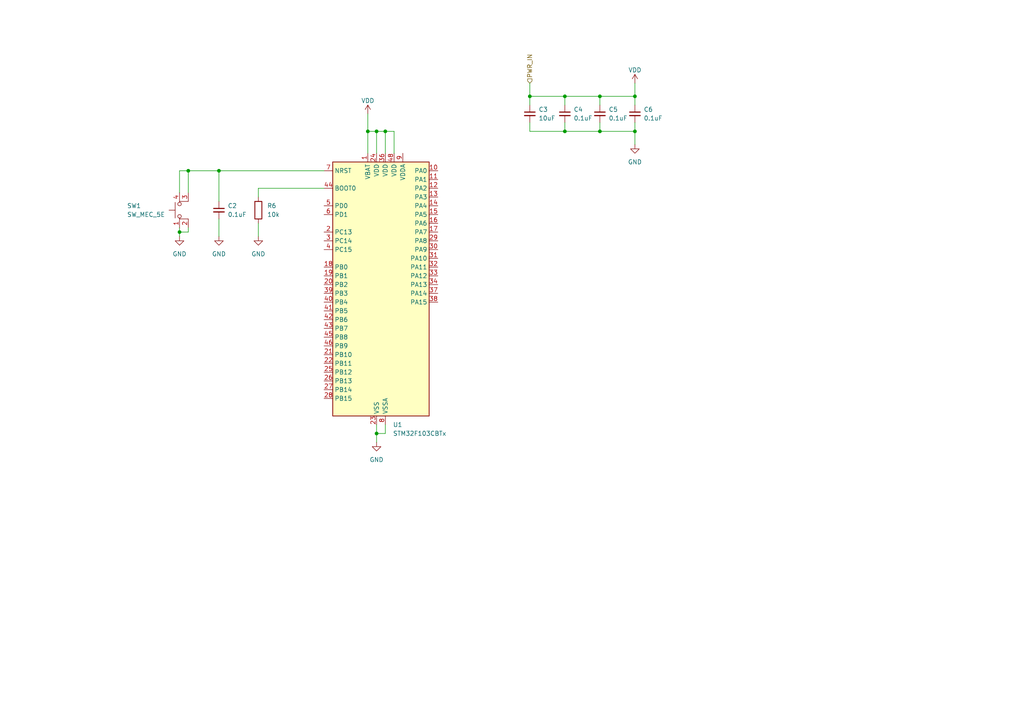
<source format=kicad_sch>
(kicad_sch (version 20230121) (generator eeschema)
  (paper "A4")
  (lib_symbols
    (symbol "Device:C_Small" (pin_numbers hide) (pin_names (offset 0.254) hide)
      (property "Reference" "C" (at 0.254 1.778 0))
      (property "Value" "C_Small" (at 0.254 -2.032 0))
      (symbol "C_Small_0_1"
        (polyline (pts (xy -1.524 -0.508) (xy 1.524 -0.508)) (stroke (width 0.3302)))
        (polyline (pts (xy -1.524 0.508) (xy 1.524 0.508)) (stroke (width 0.3048)))
      )
      (symbol "C_Small_1_1"
        (pin passive line (at 0 2.54 270) (length 2.032) (name "~") (number "1"))
        (pin passive line (at 0 -2.54 90) (length 2.032) (name "~") (number "2"))
      )
    )
    (symbol "Device:R" (pin_numbers hide) (pin_names (offset 0))
      (property "Reference" "R" (at 2.032 0 90))
      (property "Value" "R" (at 0 0 90))
      (symbol "R_0_1"
        (rectangle (start -1.016 -2.54) (end 1.016 2.54) (stroke (width 0.254)))
      )
      (symbol "R_1_1"
        (pin passive line (at 0 3.81 270) (length 1.27) (name "~") (number "1"))
        (pin passive line (at 0 -3.81 90) (length 1.27) (name "~") (number "2"))
      )
    )
    (symbol "MCU_ST_STM32F1:STM32F103CBTx"
      (property "Reference" "U" (at -12.7 39.37 0))
      (property "Value" "STM32F103CBTx" (at 10.16 39.37 0))
      (symbol "STM32F103CBTx_0_1"
        (rectangle (start -12.7 -35.56) (end 15.24 38.1) (stroke (width 0.254)) (fill (type background)))
      )
      (symbol "STM32F103CBTx_1_1"
        (pin power_in line (at -2.54 40.64 270) (length 2.54) (name "VBAT") (number "1"))
        (pin bidirectional line (at 17.78 35.56 180) (length 2.54) (name "PA0") (number "10"))
        (pin bidirectional line (at 17.78 33.02 180) (length 2.54) (name "PA1") (number "11"))
        (pin bidirectional line (at 17.78 30.48 180) (length 2.54) (name "PA2") (number "12"))
        (pin bidirectional line (at 17.78 27.94 180) (length 2.54) (name "PA3") (number "13"))
        (pin bidirectional line (at 17.78 25.4 180) (length 2.54) (name "PA4") (number "14"))
        (pin bidirectional line (at 17.78 22.86 180) (length 2.54) (name "PA5") (number "15"))
        (pin bidirectional line (at 17.78 20.32 180) (length 2.54) (name "PA6") (number "16"))
        (pin bidirectional line (at 17.78 17.78 180) (length 2.54) (name "PA7") (number "17"))
        (pin bidirectional line (at -15.24 7.62 0) (length 2.54) (name "PB0") (number "18"))
        (pin bidirectional line (at -15.24 5.08 0) (length 2.54) (name "PB1") (number "19"))
        (pin bidirectional line (at -15.24 17.78 0) (length 2.54) (name "PC13") (number "2"))
        (pin bidirectional line (at -15.24 2.54 0) (length 2.54) (name "PB2") (number "20"))
        (pin bidirectional line (at -15.24 -17.78 0) (length 2.54) (name "PB10") (number "21"))
        (pin bidirectional line (at -15.24 -20.32 0) (length 2.54) (name "PB11") (number "22"))
        (pin power_in line (at 0 -38.1 90) (length 2.54) (name "VSS") (number "23"))
        (pin power_in line (at 0 40.64 270) (length 2.54) (name "VDD") (number "24"))
        (pin bidirectional line (at -15.24 -22.86 0) (length 2.54) (name "PB12") (number "25"))
        (pin bidirectional line (at -15.24 -25.4 0) (length 2.54) (name "PB13") (number "26"))
        (pin bidirectional line (at -15.24 -27.94 0) (length 2.54) (name "PB14") (number "27"))
        (pin bidirectional line (at -15.24 -30.48 0) (length 2.54) (name "PB15") (number "28"))
        (pin bidirectional line (at 17.78 15.24 180) (length 2.54) (name "PA8") (number "29"))
        (pin bidirectional line (at -15.24 15.24 0) (length 2.54) (name "PC14") (number "3"))
        (pin bidirectional line (at 17.78 12.7 180) (length 2.54) (name "PA9") (number "30"))
        (pin bidirectional line (at 17.78 10.16 180) (length 2.54) (name "PA10") (number "31"))
        (pin bidirectional line (at 17.78 7.62 180) (length 2.54) (name "PA11") (number "32"))
        (pin bidirectional line (at 17.78 5.08 180) (length 2.54) (name "PA12") (number "33"))
        (pin bidirectional line (at 17.78 2.54 180) (length 2.54) (name "PA13") (number "34"))
        (pin passive line (at 0 -38.1 90) (length 2.54) hide (name "VSS") (number "35"))
        (pin power_in line (at 2.54 40.64 270) (length 2.54) (name "VDD") (number "36"))
        (pin bidirectional line (at 17.78 0 180) (length 2.54) (name "PA14") (number "37"))
        (pin bidirectional line (at 17.78 -2.54 180) (length 2.54) (name "PA15") (number "38"))
        (pin bidirectional line (at -15.24 0 0) (length 2.54) (name "PB3") (number "39"))
        (pin bidirectional line (at -15.24 12.7 0) (length 2.54) (name "PC15") (number "4"))
        (pin bidirectional line (at -15.24 -2.54 0) (length 2.54) (name "PB4") (number "40"))
        (pin bidirectional line (at -15.24 -5.08 0) (length 2.54) (name "PB5") (number "41"))
        (pin bidirectional line (at -15.24 -7.62 0) (length 2.54) (name "PB6") (number "42"))
        (pin bidirectional line (at -15.24 -10.16 0) (length 2.54) (name "PB7") (number "43"))
        (pin input line (at -15.24 30.48 0) (length 2.54) (name "BOOT0") (number "44"))
        (pin bidirectional line (at -15.24 -12.7 0) (length 2.54) (name "PB8") (number "45"))
        (pin bidirectional line (at -15.24 -15.24 0) (length 2.54) (name "PB9") (number "46"))
        (pin passive line (at 0 -38.1 90) (length 2.54) hide (name "VSS") (number "47"))
        (pin power_in line (at 5.08 40.64 270) (length 2.54) (name "VDD") (number "48"))
        (pin bidirectional line (at -15.24 25.4 0) (length 2.54) (name "PD0") (number "5"))
        (pin bidirectional line (at -15.24 22.86 0) (length 2.54) (name "PD1") (number "6"))
        (pin input line (at -15.24 35.56 0) (length 2.54) (name "NRST") (number "7"))
        (pin power_in line (at 2.54 -38.1 90) (length 2.54) (name "VSSA") (number "8"))
        (pin power_in line (at 7.62 40.64 270) (length 2.54) (name "VDDA") (number "9"))
      )
    )
    (symbol "Switch:SW_MEC_5E" (pin_names (offset 1.016) hide)
      (property "Reference" "SW" (at 0.635 5.715 0))
      (property "Value" "SW_MEC_5E" (at 0 -3.175 0))
      (symbol "SW_MEC_5E_0_1"
        (circle (center -1.778 2.54) (radius 0.508))
        (polyline (pts (xy -2.286 3.81) (xy 2.286 3.81)))
        (polyline (pts (xy 0 3.81) (xy 0 5.588)))
        (polyline (pts (xy -2.54 0) (xy -2.54 2.54) (xy -2.286 2.54)))
        (polyline (pts (xy 2.54 0) (xy 2.54 2.54) (xy 2.286 2.54)))
        (circle (center 1.778 2.54) (radius 0.508))
        (pin passive line (at -5.08 2.54 0) (length 2.54) (name "1") (number "1"))
        (pin passive line (at -5.08 0 0) (length 2.54) (name "2") (number "2"))
        (pin passive line (at 5.08 0 180) (length 2.54) (name "K") (number "3"))
        (pin passive line (at 5.08 2.54 180) (length 2.54) (name "A") (number "4"))
      )
    )
    (symbol "power:GND" (power) (pin_names (offset 0))
      (property "Value" "GND" (at 0 -3.81 0))
      (symbol "GND_0_1"
        (polyline (pts (xy 0 0) (xy 0 -1.27) (xy 1.27 -1.27) (xy 0 -2.54) (xy -1.27 -1.27) (xy 0 -1.27)))
      )
      (symbol "GND_1_1"
        (pin power_in line (at 0 0 270) (length 0) hide (name "GND") (number "1"))
      )
    )
    (symbol "power:VDD" (power) (pin_names (offset 0))
      (property "Value" "VDD" (at 0 3.81 0))
      (symbol "VDD_0_1"
        (polyline (pts (xy -0.762 1.27) (xy 0 2.54)))
        (polyline (pts (xy 0 0) (xy 0 2.54)))
        (polyline (pts (xy 0 2.54) (xy 0.762 1.27)))
      )
      (symbol "VDD_1_1"
        (pin power_in line (at 0 0 90) (length 0) hide (name "VDD") (number "1"))
      )
    )
  )
  (junction (at 109.22 38.1))
  (junction (at 184.15 38.1))
  (junction (at 173.99 27.94))
  (junction (at 173.99 38.1))
  (junction (at 163.83 38.1))
  (junction (at 184.15 27.94))
  (junction (at 111.76 38.1))
  (junction (at 63.5 49.53))
  (junction (at 54.61 49.53))
  (junction (at 163.83 27.94))
  (junction (at 153.67 27.94))
  (junction (at 106.68 38.1))
  (junction (at 52.07 67.31))
  (junction (at 109.22 125.73))
  (wire (pts (xy 52.07 67.31) (xy 52.07 66.04)))
  (wire (pts (xy 163.83 35.56) (xy 163.83 38.1)))
  (wire (pts (xy 111.76 38.1) (xy 114.3 38.1)))
  (wire (pts (xy 153.67 27.94) (xy 153.67 30.48)))
  (wire (pts (xy 153.67 24.13) (xy 153.67 27.94)))
  (wire (pts (xy 52.07 67.31) (xy 52.07 68.58)))
  (wire (pts (xy 52.07 55.88) (xy 52.07 49.53)))
  (wire (pts (xy 173.99 35.56) (xy 173.99 38.1)))
  (wire (pts (xy 173.99 30.48) (xy 173.99 27.94)))
  (wire (pts (xy 163.83 27.94) (xy 173.99 27.94)))
  (wire (pts (xy 93.98 54.61) (xy 74.93 54.61)))
  (wire (pts (xy 63.5 49.53) (xy 63.5 58.42)))
  (wire (pts (xy 109.22 125.73) (xy 109.22 128.27)))
  (wire (pts (xy 163.83 27.94) (xy 163.83 30.48)))
  (wire (pts (xy 54.61 55.88) (xy 54.61 49.53)))
  (wire (pts (xy 52.07 49.53) (xy 54.61 49.53)))
  (wire (pts (xy 184.15 35.56) (xy 184.15 38.1)))
  (wire (pts (xy 114.3 38.1) (xy 114.3 44.45)))
  (wire (pts (xy 184.15 24.13) (xy 184.15 27.94)))
  (wire (pts (xy 106.68 44.45) (xy 106.68 38.1)))
  (wire (pts (xy 54.61 67.31) (xy 52.07 67.31)))
  (wire (pts (xy 54.61 49.53) (xy 63.5 49.53)))
  (wire (pts (xy 74.93 64.77) (xy 74.93 68.58)))
  (wire (pts (xy 184.15 41.91) (xy 184.15 38.1)))
  (wire (pts (xy 106.68 38.1) (xy 109.22 38.1)))
  (wire (pts (xy 153.67 38.1) (xy 153.67 35.56)))
  (wire (pts (xy 109.22 123.19) (xy 109.22 125.73)))
  (wire (pts (xy 184.15 27.94) (xy 173.99 27.94)))
  (wire (pts (xy 163.83 38.1) (xy 153.67 38.1)))
  (wire (pts (xy 163.83 27.94) (xy 153.67 27.94)))
  (wire (pts (xy 184.15 38.1) (xy 173.99 38.1)))
  (wire (pts (xy 111.76 38.1) (xy 111.76 44.45)))
  (wire (pts (xy 106.68 33.02) (xy 106.68 38.1)))
  (wire (pts (xy 63.5 68.58) (xy 63.5 63.5)))
  (wire (pts (xy 111.76 125.73) (xy 109.22 125.73)))
  (wire (pts (xy 173.99 38.1) (xy 163.83 38.1)))
  (wire (pts (xy 109.22 38.1) (xy 111.76 38.1)))
  (wire (pts (xy 111.76 123.19) (xy 111.76 125.73)))
  (wire (pts (xy 109.22 44.45) (xy 109.22 38.1)))
  (wire (pts (xy 74.93 54.61) (xy 74.93 57.15)))
  (wire (pts (xy 184.15 30.48) (xy 184.15 27.94)))
  (wire (pts (xy 54.61 66.04) (xy 54.61 67.31)))
  (wire (pts (xy 63.5 49.53) (xy 93.98 49.53)))
  (hierarchical_label "PWR_IN" (shape input) (at 153.67 24.13 90))
  (symbol (lib_id "Device:R") (at 74.93 60.96 0) (unit 1)
    (property "Reference" "R6" (at 77.47 59.69 0) (effects (justify left)))
    (property "Value" "10k" (at 77.47 62.23 0) (effects (justify left)))
    (property "Footprint" "Resistor_SMD:R_0603_1608Metric_Pad0.98x0.95mm_HandSolder" (effects hide))
  )
  (symbol (lib_id "power:VDD") (at 106.68 33.02 0) (unit 1)
    (property "Reference" "#PWR018" (effects hide))
    (property "Value" "VDD" (at 106.68 29.21 0))
  )
  (symbol (lib_id "power:GND") (at 63.5 68.58 0) (unit 1)
    (property "Reference" "#PWR016" (effects hide))
    (property "Value" "GND" (at 63.5 73.66 0))
  )
  (symbol (lib_id "MCU_ST_STM32F1:STM32F103CBTx") (at 109.22 85.09 0) (unit 1)
    (property "Reference" "U1" (at 113.9541 123.19 0) (effects (justify left)))
    (property "Value" "STM32F103CBTx" (at 113.9541 125.73 0) (effects (justify left)))
    (property "Footprint" "Package_QFP:LQFP-48_7x7mm_P0.5mm" (effects hide))
    (property "Datasheet" "https://www.st.com/resource/en/datasheet/stm32f103cb.pdf" (effects hide))
  )
  (symbol (lib_id "Switch:SW_MEC_5E") (at 54.61 60.96 90) (unit 1)
    (property "Reference" "SW1" (at 36.83 59.69 90) (effects (justify right)))
    (property "Value" "SW_MEC_5E" (at 36.83 62.23 90) (effects (justify right)))
    (property "Datasheet" "http://www.apem.com/int/index.php?controller=attachment&id_attachment=1371" (effects hide))
  )
  (symbol (lib_id "Device:C_Small") (at 184.15 33.02 0) (unit 1)
    (property "Reference" "C6" (at 186.69 31.7563 0) (effects (justify left)))
    (property "Value" "0.1uF" (at 186.69 34.2963 0) (effects (justify left)))
    (property "Footprint" "Capacitor_SMD:C_0603_1608Metric_Pad1.08x0.95mm_HandSolder" (effects hide))
  )
  (symbol (lib_id "power:GND") (at 184.15 41.91 0) (unit 1)
    (property "Reference" "#PWR020" (effects hide))
    (property "Value" "GND" (at 184.15 46.99 0))
  )
  (symbol (lib_id "power:GND") (at 52.07 68.58 0) (unit 1)
    (property "Reference" "#PWR014" (effects hide))
    (property "Value" "GND" (at 52.07 73.66 0))
  )
  (symbol (lib_id "power:GND") (at 109.22 128.27 0) (unit 1)
    (property "Reference" "#PWR015" (effects hide))
    (property "Value" "GND" (at 109.22 133.35 0))
  )
  (symbol (lib_id "Device:C_Small") (at 173.99 33.02 0) (unit 1)
    (property "Reference" "C5" (at 176.53 31.7563 0) (effects (justify left)))
    (property "Value" "0.1uF" (at 176.53 34.2963 0) (effects (justify left)))
    (property "Footprint" "Capacitor_SMD:C_0603_1608Metric_Pad1.08x0.95mm_HandSolder" (effects hide))
  )
  (symbol (lib_id "Device:C_Small") (at 63.5 60.96 0) (unit 1)
    (property "Reference" "C2" (at 66.04 59.6963 0) (effects (justify left)))
    (property "Value" "0.1uF" (at 66.04 62.2363 0) (effects (justify left)))
    (property "Footprint" "Capacitor_SMD:C_0603_1608Metric_Pad1.08x0.95mm_HandSolder" (effects hide))
  )
  (symbol (lib_id "Device:C_Small") (at 163.83 33.02 0) (unit 1)
    (property "Reference" "C4" (at 166.37 31.7563 0) (effects (justify left)))
    (property "Value" "0.1uF" (at 166.37 34.2963 0) (effects (justify left)))
    (property "Footprint" "Capacitor_SMD:C_0603_1608Metric_Pad1.08x0.95mm_HandSolder" (effects hide))
  )
  (symbol (lib_id "power:GND") (at 74.93 68.58 0) (unit 1)
    (property "Reference" "#PWR017" (effects hide))
    (property "Value" "GND" (at 74.93 73.66 0))
  )
  (symbol (lib_id "power:VDD") (at 184.15 24.13 0) (unit 1)
    (property "Reference" "#PWR019" (effects hide))
    (property "Value" "VDD" (at 184.15 20.32 0))
  )
  (symbol (lib_id "Device:C_Small") (at 153.67 33.02 0) (unit 1)
    (property "Reference" "C3" (at 156.21 31.7563 0) (effects (justify left)))
    (property "Value" "10uF" (at 156.21 34.2963 0) (effects (justify left)))
    (property "Footprint" "Capacitor_SMD:C_0603_1608Metric_Pad1.08x0.95mm_HandSolder" (effects hide))
  )
)
</source>
